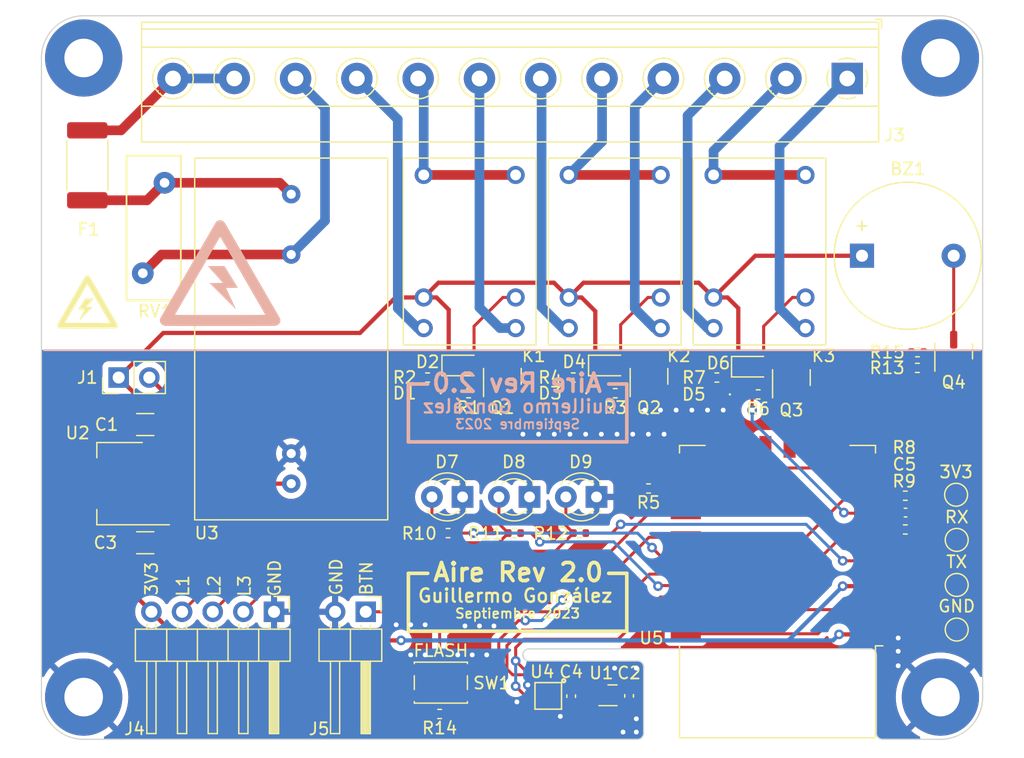
<source format=kicad_pcb>
(kicad_pcb (version 20221018) (generator pcbnew)
  (layers (0 "F.Cu" signal) (31 "B.Cu" signal) (34 "B.Paste" user) (35 "F.Paste" user) (36 "B.SilkS" user "B.Silkscreen") (37 "F.SilkS" user "F.Silkscreen") (38 "B.Mask" user) (39 "F.Mask" user) (44 "Edge.Cuts" user))
  (net 0 "")
  (net 1 "+5V")
  (net 2 "Net-(BZ1-+)")
  (net 3 "GND")
  (net 4 "+3V3")
  (net 5 "Net-(D1-A)")
  (net 6 "Net-(D1-K)")
  (net 7 "Net-(D3-K)")
  (net 8 "Net-(D3-A)")
  (net 9 "Net-(D5-K)")
  (net 10 "Net-(D5-A)")
  (net 11 "/LED1R")
  (net 12 "/LED2R")
  (net 13 "/LED3R")
  (net 14 "/L")
  (net 15 "/LF")
  (net 16 "Net-(J1-Pin_2)")
  (net 17 "/GPIO0")
  (net 18 "/NC1")
  (net 19 "/COM1")
  (net 20 "/NO1")
  (net 21 "/NC2")
  (net 22 "/COM2")
  (net 23 "/NO2")
  (net 24 "/NC3")
  (net 25 "/COM3")
  (net 26 "/NO3")
  (net 27 "/N")
  (net 28 "/TX")
  (net 29 "/RX")
  (net 30 "/LED1")
  (net 31 "/LED2")
  (net 32 "/LED3")
  (net 33 "Net-(Q1-Pad1)")
  (net 34 "Net-(Q2-Pad1)")
  (net 35 "Net-(Q3-Pad1)")
  (net 36 "Net-(Q4-Pad1)")
  (net 37 "/I2C_SDA")
  (net 38 "/I2C_SCL")
  (net 39 "/FAN1")
  (net 40 "/FAN2")
  (net 41 "/FAN3")
  (net 42 "/BUZZ")
  (net 43 "/BMP_INT")
  (footprint "LED_SMD:LED_0402_1005Metric" (layer "F.Cu") (at 150.855 98.164484 180)
    (fp_text reference "D3")
    (fp_text value "LED")
  )
  (footprint "Resistor_SMD:R_0402_1005Metric" (layer "F.Cu") (at 179.38 96.064484)
    (fp_text reference "R13")
    (fp_text value "10k")
  )
  (footprint "LED_THT:LED_D3.0mm" (layer "F.Cu") (at 141.69 106.764484 180)
    (fp_text reference "D7")
    (fp_text value "LED")
  )
  (footprint "Resistor_SMD:R_0402_1005Metric" (layer "F.Cu") (at 157.1 106.064484 180)
    (fp_text reference "R5")
    (fp_text value "10k")
  )
  (footprint "Varistor:RV_Disc_D12mm_W4.5mm_P7.5mm" (layer "F.Cu") (at 116.99 80.714484 -90)
    (fp_text reference "RV1")
    (fp_text value "Varistor")
  )
  (footprint "guille-lib:high_voltage_5mm" (layer "F.Cu") (at 110.6 90.6)
    (fp_text reference "G***" hide)
    (fp_text value "LOGO" hide)
  )
  (footprint "Resistor_SMD:R_0402_1005Metric" (layer "F.Cu") (at 178.38 109.464484 180)
    (fp_text reference "R9")
    (fp_text value "10k")
  )
  (footprint "Resistor_SMD:R_0402_1005Metric" (layer "F.Cu") (at 150.865 96.864484 180)
    (fp_text reference "R4")
    (fp_text value "1k")
  )
  (footprint "Resistor_SMD:R_0402_1005Metric" (layer "F.Cu") (at 145.99 109.764484 180)
    (fp_text reference "R11")
    (fp_text value "1k")
  )
  (footprint "Resistor_SMD:R_0402_1005Metric" (layer "F.Cu") (at 154.34 98.164484)
    (fp_text reference "R3")
    (fp_text value "1k")
  )
  (footprint "Resistor_SMD:R_0402_1005Metric" (layer "F.Cu") (at 139.79 124.764484 180)
    (fp_text reference "R14")
    (fp_text value "10k")
  )
  (footprint "guille-lib:SHT4x" (layer "F.Cu") (at 153.74 123.214484)
    (fp_text reference "U1")
    (fp_text value "SHT4x")
  )
  (footprint "Resistor_SMD:R_0402_1005Metric" (layer "F.Cu") (at 162.765 96.864484 180)
    (fp_text reference "R7")
    (fp_text value "1k")
  )
  (footprint "Resistor_SMD:R_0402_1005Metric" (layer "F.Cu") (at 138.79 96.864484 180)
    (fp_text reference "R2")
    (fp_text value "1k")
  )
  (footprint "Package_TO_SOT_SMD:SOT-23" (layer "F.Cu") (at 168.94 96.864484 90)
    (fp_text reference "Q3")
    (fp_text value "PMBT3904235")
  )
  (footprint "Diode_SMD:D_SOD-323" (layer "F.Cu") (at 165.59 95.964484)
    (fp_text reference "D6")
    (fp_text value "D")
  )
  (footprint "Resistor_SMD:R_0402_1005Metric" (layer "F.Cu") (at 178.38 106.664484 180)
    (fp_text reference "R8")
    (fp_text value "10k")
  )
  (footprint "MountingHole:MountingHole_3.2mm_M3_Pad_TopBottom" (layer "F.Cu") (at 181.29 123.364484)
    (fp_text reference "H4" hide)
    (fp_text value "MountingHole_Pad")
  )
  (footprint "Capacitor_SMD:C_0402_1005Metric" (layer "F.Cu") (at 150.69 123.284484 -90)
    (fp_text reference "C4")
    (fp_text value "100n")
  )
  (footprint "guille-lib:HLK-2M05" (layer "F.Cu") (at 127.49 93.764484 -90)
    (fp_text reference "U3")
    (fp_text value "HLK-2M05")
  )
  (footprint "Resistor_SMD:R_0402_1005Metric" (layer "F.Cu") (at 179.39 94.764484)
    (fp_text reference "R15")
    (fp_text value "1k")
  )
  (footprint "Buzzer_Beeper:Buzzer_12x9.5RM7.6" (layer "F.Cu") (at 174.79 86.764484)
    (fp_text reference "BZ1")
    (fp_text value "Buzzer")
  )
  (footprint "Resistor_SMD:R_0402_1005Metric" (layer "F.Cu") (at 142.19 98.164484)
    (fp_text reference "R1")
    (fp_text value "1k")
  )
  (footprint "Diode_SMD:D_SOD-323" (layer "F.Cu") (at 153.74 95.864484)
    (fp_text reference "D4")
    (fp_text value "D")
  )
  (footprint "TestPoint:TestPoint_Pad_D1.5mm" (layer "F.Cu") (at 182.64 117.764484)
    (fp_text reference "TP3" hide)
    (fp_text value "TestPoint")
  )
  (footprint "guille-lib:Fuse_2512_6332Metric" (layer "F.Cu") (at 110.59 79.264484 -90)
    (fp_text reference "F1")
    (fp_text value "Fuse")
  )
  (footprint "MountingHole:MountingHole_3.2mm_M3_Pad_TopBottom" (layer "F.Cu") (at 110.29 70.364484)
    (fp_text reference "H1" hide)
    (fp_text value "MountingHole_Pad")
  )
  (footprint "guille-lib:JRC-21F(4100)" (layer "F.Cu") (at 154.29 86.414484 -90)
    (fp_text reference "K2")
    (fp_text value "JRC-21F(4100)" hide)
  )
  (footprint "guille-lib:BMP581" (layer "F.Cu") (at 148.79 123.264484)
    (fp_text reference "U4")
    (fp_text value "BMP581")
  )
  (footprint "Resistor_SMD:R_0402_1005Metric" (layer "F.Cu") (at 151.39 109.764484 180)
    (fp_text reference "R12")
    (fp_text value "1k")
  )
  (footprint "TerminalBlock_Phoenix:TerminalBlock_Phoenix_MKDS-1,5-12-5.08_1x12_P5.08mm_Horizontal" (layer "F.Cu") (at 173.57 72.064484 180)
    (fp_text reference "J3")
    (fp_text value "Screw_Terminal_01x12")
  )
  (footprint "TestPoint:TestPoint_Pad_D1.5mm" (layer "F.Cu") (at 182.59 106.584412)
    (fp_text reference "TP4" hide)
    (fp_text value "TestPoint")
  )
  (footprint "MountingHole:MountingHole_3.2mm_M3_Pad_TopBottom" (layer "F.Cu") (at 181.29 70.364484)
    (fp_text reference "H2" hide)
    (fp_text value "MountingHole_Pad")
  )
  (footprint "Diode_SMD:D_SOD-323" (layer "F.Cu") (at 141.59 95.864484)
    (fp_text reference "D2")
    (fp_text value "D")
  )
  (footprint "Package_TO_SOT_SMD:SOT-23" (layer "F.Cu") (at 157.14 96.764484 90)
    (fp_text reference "Q2")
    (fp_text value "PMBT3904235")
  )
  (footprint "Resistor_SMD:R_0402_1005Metric" (layer "F.Cu") (at 140.49 109.764484 180)
    (fp_text reference "R10")
    (fp_text value "1k")
  )
  (footprint "TestPoint:TestPoint_Pad_D1.5mm" (layer "F.Cu") (at 182.64 114.064484)
    (fp_text reference "TP1" hide)
    (fp_text value "TestPoint")
  )
  (footprint "Connector_PinHeader_2.54mm:PinHeader_1x05_P2.54mm_Horizontal" (layer "F.Cu") (at 126.065 116.289484 -90)
    (fp_text reference "J4")
    (fp_text value "Conn_01x05_Pin")
  )
  (footprint "guille-lib:SW_SPST_PTS810" (layer "F.Cu") (at 139.89 122.164484)
    (fp_text reference "SW1")
    (fp_text value "SW_Push")
  )
  (footprint "Package_TO_SOT_SMD:SOT-223-3_TabPin2" (layer "F.Cu") (at 113.29 105.664484 180)
    (fp_text reference "U2")
    (fp_text value "NCP1117-3.3_SOT223")
  )
  (footprint "guille-lib:JRC-21F(4100)" (layer "F.Cu") (at 166.29 86.414484 -90)
    (fp_text reference "K3")
    (fp_text value "JRC-21F(4100)" hide)
  )
  (footprint "Connector_PinHeader_2.54mm:PinHeader_1x02_P2.54mm_Vertical" (layer "F.Cu") (at 113.19 96.864484 90)
    (fp_text reference "J1")
    (fp_text value "Conn_01x02_Pin")
  )
  (footprint "MountingHole:MountingHole_3.2mm_M3_Pad_TopBottom" (layer "F.Cu") (at 110.29 123.364484)
    (fp_text reference "H3" hide)
    (fp_text value "MountingHole_Pad")
  )
  (footprint "Package_TO_SOT_SMD:SOT-23" (layer "F.Cu") (at 182.39 94.664484 90)
    (fp_text reference "Q4")
    (fp_text value "PMBT3904235")
  )
  (footprint "LED_THT:LED_D3.0mm" (layer "F.Cu") (at 152.79 106.764484 180)
    (fp_text reference "D9")
    (fp_text value "LED")
  )
  (footprint "Resistor_SMD:R_0402_1005Metric" (layer "F.Cu") (at 166.19 98.264484)
    (fp_text reference "R6")
    (fp_text value "1k")
  )
  (footprint "LED_THT:LED_D3.0mm" (layer "F.Cu") (at 147.24 106.764484 180)
    (fp_text reference "D8")
    (fp_text value "LED")
  )
  (footprint "RF_Module:ESP-12E" (layer "F.Cu") (at 167.79 114.614484 180)
    (fp_text reference "U5")
    (fp_text value "ESP-12E")
  )
  (footprint "Package_TO_SOT_SMD:SOT-23" (layer "F.Cu") (at 144.99 96.764484 90)
    (fp_text reference "Q1")
    (fp_text value "PMBT3904235")
  )
  (footprint "LED_SMD:LED_0402_1005Metric" (layer "F.Cu") (at 138.79 98.164484 180)
    (fp_text reference "D1")
    (fp_text value "LED")
  )
  (footprint "Capacitor_SMD:C_1206_3216Metric" (layer "F.Cu") (at 115.39 100.764484 180)
    (fp_text reference "C1")
    (fp_text value "10u")
  )
  (footprint "guille-lib:JRC-21F(4100)" (layer "F.Cu") (at 142.27 86.414484 -90)
    (fp_text reference "K1")
    (fp_text value "JRC-21F(4100)" hide)
  )
  (footprint "Connector_PinHeader_2.54mm:PinHeader_1x02_P2.54mm_Horizontal" (layer "F.Cu") (at 133.665 116.289484 -90)
    (fp_text reference "J5")
    (fp_text value "Conn_01x02_Pin")
  )
  (footprint "TestPoint:TestPoint_Pad_D1.5mm" (layer "F.Cu") (at 182.64 110.327768)
    (fp_text reference "TP2" hide)
    (fp_text value "TestPoint")
  )
  (footprint "Capacitor_SMD:C_0402_1005Metric" (layer "F.Cu") (at 155.49 123.264484 90)
    (fp_text reference "C2")
    (fp_text value "100n")
  )
  (footprint "LED_SMD:LED_0402_1005Metric" (layer "F.Cu") (at 162.755 98.264484 180)
    (fp_text reference "D5")
    (fp_text value "LED")
  )
  (footprint "Capacitor_SMD:C_1206_3216Metric" (layer "F.Cu") (at 115.39 110.564484)
    (fp_text reference "C3")
    (fp_text value "10u")
  )
  (footprint "Capacitor_SMD:C_0402_1005Metric" (layer "F.Cu") (at 178.4 108.064484)
    (fp_text reference "C5")
    (fp_text value "100n")
  )
  (footprint "guille-lib:high_voltage" (layer "B.Cu") (at 121.6 88.2 180)
    (fp_text reference "G***" hide)
    (fp_text value "LOGO" hide)
  )
  (gr_line (start 155.3 102.2) (end 155.3 97.4) (stroke (width 0.3)) (layer "B.SilkS"))
  (gr_line (start 137.2 102.2) (end 137.2 97.4) (stroke (width 0.3)) (layer "B.SilkS"))
  (gr_line (start 107 94.6) (end 184.6 94.6) (stroke (width 0.15)) (layer "B.SilkS"))
  (gr_line (start 155.3 102.2) (end 137.2 102.2) (stroke (width 0.3)) (layer "B.SilkS"))
  (gr_line (start 137.2 97.4) (end 138.8 97.4) (stroke (width 0.3)) (layer "B.SilkS"))
  (gr_line (start 155.3 97.4) (end 153.8 97.4) (stroke (width 0.3)) (layer "B.SilkS"))
  (gr_line (start 155.3 113.1) (end 155.3 117.9) (stroke (width 0.3)) (layer "F.SilkS"))
  (gr_line (start 153.8 113.1) (end 155.3 113.1) (stroke (width 0.3)) (layer "F.SilkS"))
  (gr_line (start 137.2 113.1) (end 137.2 117.9) (stroke (width 0.3)) (layer "F.SilkS"))
  (gr_line (start 138.8 113.1) (end 137.2 113.1) (stroke (width 0.3)) (layer "F.SilkS"))
  (gr_line (start 155.3 117.9) (end 137.2 117.9) (stroke (width 0.3)) (layer "F.SilkS"))
  (gr_line (start 156.19 120.364484) (end 147.19 120.364484) (stroke (width 0.1)) (layer "Edge.Cuts"))
  (gr_arc (start 156.69 126.364484) (mid 156.543553 126.718037) (end 156.19 126.864484) (stroke (width 0.1)) (layer "Edge.Cuts"))
  (gr_line (start 106.79 123.364484) (end 106.79 70.364484) (stroke (width 0.1)) (layer "Edge.Cuts"))
  (gr_arc (start 146.69 119.864484) (mid 146.836447 119.510931) (end 147.19 119.364484) (stroke (width 0.1)) (layer "Edge.Cuts"))
  (gr_line (start 156.19 126.864484) (end 110.29 126.864484) (stroke (width 0.1)) (layer "Edge.Cuts"))
  (gr_arc (start 156.19 120.364484) (mid 156.543553 120.510931) (end 156.69 120.864484) (stroke (width 0.1)) (layer "Edge.Cuts"))
  (gr_line (start 156.69 126.364484) (end 156.69 120.864484) (stroke (width 0.1)) (layer "Edge.Cuts"))
  (gr_arc (start 106.79 70.364484) (mid 107.815126 67.88961) (end 110.29 66.864484) (stroke (width 0.1)) (layer "Edge.Cuts"))
  (gr_line (start 175.49 119.364484) (end 147.19 119.364484) (stroke (width 0.1)) (layer "Edge.Cuts"))
  (gr_arc (start 147.19 120.364484) (mid 146.836447 120.218037) (end 146.69 119.864484) (stroke (width 0.1)) (layer "Edge.Cuts"))
  (gr_line (start 146.69 119.864484) (end 146.69 119.864484) (stroke (width 0.1)) (layer "Edge.Cuts"))
  (gr_arc (start 181.29 66.864484) (mid 183.764874 67.88961) (end 184.79 70.364484) (stroke (width 0.1)) (layer "Edge.Cuts"))
  (gr_arc (start 176.49 126.864484) (mid 176.136447 126.718037) (end 175.99 126.364484) (stroke (width 0.1)) (layer "Edge.Cuts"))
  (gr_line (start 181.29 126.864484) (end 176.49 126.864484) (stroke (width 0.1)) (layer "Edge.Cuts"))
  (gr_arc (start 110.29 126.864484) (mid 107.815126 125.839358) (end 106.79 123.364484) (stroke (width 0.1)) (layer "Edge.Cuts"))
  (gr_arc (start 184.79 123.364484) (mid 183.764874 125.839358) (end 181.29 126.864484) (stroke (width 0.1)) (layer "Edge.Cuts"))
  (gr_line (start 184.79 70.364484) (end 184.79 123.364484) (stroke (width 0.1)) (layer "Edge.Cuts"))
  (gr_arc (start 175.49 119.364484) (mid 175.843553 119.510931) (end 175.99 119.864484) (stroke (width 0.1)) (layer "Edge.Cuts"))
  (gr_line (start 175.99 126.364484) (end 175.99 119.864484) (stroke (width 0.1)) (layer "Edge.Cuts"))
  (gr_line (start 110.29 66.864484) (end 181.29 66.864484) (stroke (width 0.1)) (layer "Edge.Cuts"))
  (gr_text "Septiembre 2023" (at 146.25 101.2) (layer "B.SilkS") (effects (font (size 0.8 0.8) (thickness 0.15) bold) (justify bottom mirror)))
  (gr_text "Aire Rev 2.0" (at 146.2 98.2) (layer "B.SilkS") (effects (font (size 1.5 1.5) (thickness 0.3) bold) (justify bottom mirror)))
  (gr_text "Guillermo González" (at 146.45 99.9) (layer "B.SilkS") (effects (font (size 1.1 1.1) (thickness 0.2) bold) (justify bottom mirror)))
  (gr_text "Guillermo González" (at 146.05 115.6) (layer "F.SilkS") (effects (font (size 1.1 1.1) (thickness 0.2) bold) (justify bottom)))
  (gr_text "TX" (at 182.64 112.734416) (layer "F.SilkS") (effects (font (size 1 1)) (justify bottom)))
  (gr_text "3V3" (at 116.5 115.019484 90) (layer "F.SilkS") (effects (font (size 1 1)) (justify left bottom)))
  (gr_text "FLASH" (at 139.89 120.1) (layer "F.SilkS") (effects (font (size 1 1)) (justify bottom)))
  (gr_text "3V3" (at 182.59 105.284416) (layer "F.SilkS") (effects (font (size 1 1)) (justify bottom)))
  (gr_text "GND" (at 126.7 115.119484 90) (layer "F.SilkS") (effects (font (size 1 1)) (justify left bottom)))
  (gr_text "GND" (at 182.64 116.414484) (layer "F.SilkS") (effects (font (size 1 1)) (justify bottom)))
  (gr_text "L3" (at 124.2 115.119484 90) (layer "F.SilkS") (effects (font (size 1 1)) (justify left bottom)))
  (gr_text "BTN" (at 134.3 115.019484 90) (layer "F.SilkS") (effects (font (size 1 1)) (justify left bottom)))
  (gr_text "Aire Rev 2.0" (at 146.3 113.9) (layer "F.SilkS") (effects (font (size 1.5 1.5) (thickness 0.3) bold) (justify bottom)))
  (gr_text "L1" (at 119.1 115.119484 90) (layer "F.SilkS") (effects (font (size 1 1)) (justify left bottom)))
  (gr_text "Septiembre 2023" (at 146.25 116.9) (layer "F.SilkS") (effects (font (size 0.8 0.8) (thickness 0.15) bold) (justify bottom)))
  (gr_text "RX" (at 182.64 109.027772) (layer "F.SilkS") (effects (font (size 1 1)) (justify bottom)))
  (gr_text "GND" (at 131.8 115.019484 90) (layer "F.SilkS") (effects (font (size 1 1)) (justify left bottom)))
  (gr_text "L2" (at 121.7 115.119484 90) (layer "F.SilkS") (effects (font (size 1 1)) (justify left bottom)))
  (segment (start 149.265 88.999484) (end 150.49 90.224484) (width 0.35) (layer "F.Cu") (net 1))
  (segment (start 138.47 90.224484) (end 139.695 88.999484) (width 0.35) (layer "F.Cu") (net 1))
  (segment (start 139.54 96.864484) (end 140.54 95.864484) (width 0.35) (layer "F.Cu") (net 1))
  (segment (start 139.695 88.999484) (end 149.265 88.999484) (width 0.35) (layer "F.Cu") (net 1))
  (segment (start 165.95 86.764484) (end 174.79 86.764484) (width 0.35) (layer "F.Cu") (net 1))
  (segment (start 151.375 96.864484) (end 151.69 96.864484) (width 0.35) (layer "F.Cu") (net 1))
  (segment (start 133.19 93.164484) (end 116.89 93.164484) (width 0.35) (layer "F.Cu") (net 1))
  (segment (start 163.64 96.864484) (end 164.54 95.964484) (width 0.35) (layer "F.Cu") (net 1))
  (segment (start 140.54 91.233824) (end 139.53066 90.224484) (width 0.35) (layer "F.Cu") (net 1))
  (segment (start 136.13 90.224484) (end 133.19 93.164484) (width 0.35) (layer "F.Cu") (net 1))
  (segment (start 161.265 88.999484) (end 162.49 90.224484) (width 0.35) (layer "F.Cu") (net 1))
  (segment (start 116.865 100.764484) (end 116.865 100.539484) (width 0.35) (layer "F.Cu") (net 1))
  (segment (start 163.275 96.864484) (end 163.64 96.864484) (width 0.35) (layer "F.Cu") (net 1))
  (segment (start 164.54 95.964484) (end 164.54 91.114484) (width 0.35) (layer "F.Cu") (net 1))
  (segment (start 116.44 103.364484) (end 116.865 102.939484) (width 0.35) (layer "F.Cu") (net 1))
  (segment (start 139.53066 90.224484) (end 138.47 90.224484) (width 0.35) (layer "F.Cu") (net 1))
  (segment (start 140.54 95.864484) (end 140.54 91.233824) (width 0.35) (layer "F.Cu") (net 1))
  (segment (start 151.69 96.864484) (end 152.69 95.864484) (width 0.35) (layer "F.Cu") (net 1))
  (segment (start 151.55066 90.224484) (end 150.49 90.224484) (width 0.35) (layer "F.Cu") (net 1))
  (segment (start 152.69 91.363824) (end 151.55066 90.224484) (width 0.35) (layer "F.Cu") (net 1))
  (segment (start 138.47 90.224484) (end 136.13 90.224484) (width 0.35) (layer "F.Cu") (net 1))
  (segment (start 139.3 96.864484) (end 139.54 96.864484) (width 0.35) (layer "F.Cu") (net 1))
  (segment (start 162.49 90.224484) (end 165.95 86.764484) (width 0.35) (layer "F.Cu") (net 1))
  (segment (start 116.865 102.939484) (end 116.865 100.764484) (width 0.35) (layer "F.Cu") (net 1))
  (segment (start 151.715 88.999484) (end 161.265 88.999484) (width 0.35) (layer "F.Cu") (net 1))
  (segment (start 152.69 95.864484) (end 152.69 91.363824) (width 0.35) (layer "F.Cu") (net 1))
  (segment (start 116.89 93.164484) (end 113.19 96.864484) (width 0.35) (layer "F.Cu") (net 1))
  (segment (start 116.865 100.539484) (end 113.19 96.864484) (width 0.35) (layer "F.Cu") (net 1))
  (segment (start 150.49 90.224484) (end 151.715 88.999484) (width 0.35) (layer "F.Cu") (net 1))
  (segment (start 164.54 91.114484) (end 163.65 90.224484) (width 0.35) (layer "F.Cu") (net 1))
  (segment (start 163.65 90.224484) (end 162.49 90.224484) (width 0.35) (layer "F.Cu") (net 1))
  (segment (start 182.39 86.764484) (end 182.39 93.726984) (width 0.25) (layer "F.Cu") (net 2))
  (segment (start 147.099647 122.354837) (end 147.509294 122.764484) (width 0.35) (layer "F.Cu") (net 3))
  (segment (start 150.69 124.064484) (end 149.79 124.964484) (width 0.35) (layer "F.Cu") (net 3))
  (segment (start 149.5525 123.764484) (end 149.5525 123.314484) (width 0.35) (layer "F.Cu") (net 3))
  (segment (start 147.509294 122.764484) (end 148.0275 122.764484) (width 0.35) (layer "F.Cu") (net 3))
  (segment (start 149.5525 123.764484) (end 150.69 123.764484) (width 0.35) (layer "F.Cu") (net 3))
  (segment (start 150.69 123.764484) (end 150.69 124.064484) (width 0.35) (layer "F.Cu") (net 3))
  (segment (start 146.19 123.764484) (end 147.99 123.764484) (width 0.35) (layer "F.Cu") (net 3))
  (segment (start 178.89 108.074484) (end 178.88 108.064484) (width 0.35) (layer "F.Cu") (net 3))
  (via (at 141.89 117.464484) (size 0.8) (drill 0.4) (layers "F.Cu" "B.Cu") (net 3))
  (via (at 138.59 119.864484) (size 0.8) (drill 0.4) (layers "F.Cu" "B.Cu") (net 3))
  (via (at 159.39 99.564484) (size 0.8) (drill 0.4) (layers "F.Cu" "B.Cu") (net 3))
  (via (at 151.89 101.564484) (size 0.8) (drill 0.4) (layers "F.Cu" "B.Cu") (net 3))
  (via (at 177.79 118.464484) (size 0.8) (drill 0.4) (layers "F.Cu" "B.Cu") (net 3))
  (via (at 147.99 101.564484) (size 0.8) (drill 0.4) (layers "F.Cu" "B.Cu") (net 3))
  (via (at 146.19 123.764484) (size 0.8) (drill 0.4) (layers "F.Cu" "B.Cu") (net 3))
  (via (at 156.09 120.964484) (size 0.8) (drill 0.4) (layers "F.Cu" "B.Cu") (net 3))
  (via (at 177.79 120.764484) (size 0.8) (drill 0.4) (layers "F.Cu" "B.Cu") (net 3))
  (via (at 177.79 119.564484) (size 0.8) (drill 0.4) (layers "F.Cu" "B.Cu") (net 3))
  (via (at 156.09 125.164484) (size 0.8) (drill 0.4) (layers "F.Cu" "B.Cu") (net 3))
  (via (at 158.39 101.564484) (size 0.8) (drill 0.4) (layers "F.Cu" "B.Cu") (net 3))
  (via (at 138.59 117.364484) (size 0.8) (drill 0.4) (layers "F.Cu" "B.Cu") (net 3))
  (via (at 163.29 99.564484) (size 0.8) (drill 0.4) (layers "F.Cu" "B.Cu") (net 3))
  (via (at 141.29 119.864484) (size 0.8) (drill 0.4) (layers "F.Cu" "B.Cu") (net 3))
  (via (at 156.79 99.564484) (size 0.8) (drill 0.4) (layers "F.Cu" "B.Cu") (net 3))
  (via (at 146.69 101.564484) (size 0.8) (drill 0.4) (layers "F.Cu" "B.Cu") (net 3))
  (via (at 150.59 101.564484) (size 0.8) (drill 0.4) (layers "F.Cu" "B.Cu") (net 3))
  (via (at 142.49 119.864484) (size 0.8) (drill 0.4) (layers "F.Cu" "B.Cu") (net 3))
  (via (at 155.79 101.564484) (size 0.8) (drill 0.4) (layers "F.Cu" "B.Cu") (net 3))
  (via (at 154.49 101.564484) (size 0.8) (drill 0.4) (layers "F.Cu" "B.Cu") (net 3))
  (via (at 149.29 101.564484) (size 0.8) (drill 0.4) (layers "F.Cu" "B.Cu") (net 3))
  (via (at 154.29 120.964484) (size 0.8) (drill 0.4) (layers "F.Cu" "B.Cu") (net 3))
  (via (at 160.69 99.564484) (size 0.8) (drill 0.4) (layers "F.Cu" "B.Cu") (net 3))
  (via (at 144.29 117.464484) (size 0.8) (drill 0.4) (layers "F.Cu" "B.Cu") (net 3))
  (via (at 157.09 101.564484) (size 0.8) (drill 0.4) (layers "F.Cu" "B.Cu") (net 3))
  (via (at 136.19 117.364484) (size 0.8) (drill 0.4) (layers "F.Cu" "B.Cu") (net 3))
  (via (at 161.99 99.564484) (size 0.8) (drill 0.4) (layers "F.Cu" "B.Cu") (net 3))
  (via (at 137.39 117.364484) (size 0.8) (drill 0.4) (layers "F.Cu" "B.Cu") (net 3))
  (via (at 158.09 99.564484) (size 0.8) (drill 0.4) (layers "F.Cu" "B.Cu") (net 3))
  (via (at 154.99 126.264484) (size 0.8) (drill 0.4) (layers "F.Cu" "B.Cu") (net 3))
  (via (at 149.79 124.964484) (size 0.8) (drill 0.4) (layers "F.Cu" "B.Cu") (net 3))
  (via (at 147.099647 122.354837) (size 0.8) (drill 0.4) (layers "F.Cu" "B.Cu") (net 3))
  (via (at 143.69 119.864484) (size 0.8) (drill 0.4) (layers "F.Cu" "B.Cu") (net 3))
  (via (at 156.09 126.264484) (size 0.8) (drill 0.4) (layers "F.Cu" "B.Cu") (net 3))
  (via (at 137.39 119.864484) (size 0.8) (drill 0.4) (layers "F.Cu" "B.Cu") (net 3))
  (via (at 143.09 117.464484) (size 0.8) (drill 0.4) (layers "F.Cu" "B.Cu") (net 3))
  (via (at 153.19 101.564484) (size 0.8) (drill 0.4) (layers "F.Cu" "B.Cu") (net 3))
  (segment (start 113.915 114.299484) (end 115.905 116.289484) (width 0.35) (layer "F.Cu") (net 4))
  (segment (start 151.13 122.804484) (end 151.59 123.264484) (width 0.35) (layer "F.Cu") (net 4))
  (segment (start 175.39 104.114484) (end 178.04 104.114484) (width 0.35) (layer "F.Cu") (net 4))
  (segment (start 175.39 118.114484) (end 176.14 118.114484) (width 0.35) (layer "F.Cu") (net 4))
  (segment (start 178.89 112.864484) (end 178.89 109.464484) (width 0.35) (layer "F.Cu") (net 4))
  (segment (start 148.54 123.514484) (end 149.04 123.014484) (width 0.35) (layer "F.Cu") (net 4))
  (segment (start 135.79 120.064484) (end 135.79 124.064484) (width 0.35) (layer "F.Cu") (net 4))
  (segment (start 149.29 122.501984) (end 149.5525 122.764484) (width 0.35) (layer "F.Cu") (net 4))
  (segment (start 139.28 124.764484) (end 136.49 124.764484) (width 0.35) (layer "F.Cu") (net 4))
  (segment (start 113.915 110.564484) (end 113.915 114.299484) (width 0.35) (layer "F.Cu") (net 4))
  (segment (start 172.89 118.164484) (end 175.34 118.164484) (width 0.35) (layer "F.Cu") (net 4))
  (segment (start 178.89 106.664484) (end 178.970072 106.584412) (width 0.35) (layer "F.Cu") (net 4))
  (segment (start 155.36 123.614484) (end 155.49 123.744484) (width 0.35) (layer "F.Cu") (net 4))
  (segment (start 154.44 123.614484) (end 155.36 123.614484) (width 0.35) (layer "F.Cu") (net 4))
  (segment (start 110.14 105.664484) (end 116.44 105.664484) (width 0.35) (layer "F.Cu") (net 4))
  (segment (start 179.89 102.264484) (end 179.89 96.064484) (width 0.35) (layer "F.Cu") (net 4))
  (segment (start 110.14 106.789484) (end 113.915 110.564484) (width 0.35) (layer "F.Cu") (net 4))
  (segment (start 178.89 107.016164) (end 177.92 107.986164) (width 0.35) (layer "F.Cu") (net 4))
  (segment (start 136.59 118.664484) (end 134.39 118.664484) (width 0.35) (layer "F.Cu") (net 4))
  (segment (start 178.88 106.674484) (end 178.89 106.664484) (width 0.35) (layer "F.Cu") (net 4))
  (segment (start 178.89 103.264484) (end 179.89 102.264484) (width 0.35) (layer "F.Cu") (net 4))
  (segment (start 173.19 114.164484) (end 175.34 114.164484) (width 0.35) (layer "F.Cu") (net 4))
  (segment (start 175.34 114.164484) (end 175.39 114.114484) (width 0.35) (layer "F.Cu") (net 4))
  (segment (start 178.89 106.664484) (end 178.89 103.264484) (width 0.35) (layer "F.Cu") (net 4))
  (segment (start 177.92 107.986164) (end 177.92 108.064484) (width 0.35) (layer "F.Cu") (net 4))
  (segment (start 177.92 108.142804) (end 177.92 108.064484) (width 0.35) (layer "F.Cu") (net 4))
  (segment (start 155.49 123.744484) (end 155.49 124.164484) (width 0.35) (layer "F.Cu") (net 4))
  (segment (start 151.59 123.264484) (end 151.59 124.764484) (width 0.35) (layer "F.Cu") (net 4))
  (segment (start 135.79 124.064484) (end 136.49 124.764484) (width 0.35) (layer "F.Cu") (net 4))
  (segment (start 149.04 122.501984) (end 149.29 122.501984) (width 0.35) (layer "F.Cu") (net 4))
  (segment (start 178.89 109.464484) (end 178.89 109.112804) (width 0.35) (layer "F.Cu") (net 4))
  (segment (start 134.39 118.664484) (end 135.79 120.064484) (width 0.35) (layer "F.Cu") (net 4))
  (segment (start 136.49 124.764484) (end 137.89 126.164484) (width 0.35) (layer "F.Cu") (net 4))
  (segment (start 137.89 126.164484) (end 150.19 126.164484) (width 0.35) (layer "F.Cu") (net 4))
  (segment (start 178.89 106.664484) (end 178.89 107.016164) (width 0.35) (layer "F.Cu") (net 4))
  (segment (start 155.49 124.164484) (end 153.49 126.164484) (width 0.35) (layer "F.Cu") (net 4))
  (segment (start 149.04 123.014484) (end 149.04 122.501984) (width 0.35) (layer "F.Cu") (net 4))
  (segment (start 151.59 124.764484) (end 150.19 126.164484) (width 0.35) (layer "F.Cu") (net 4))
  (segment (start 175.34 118.164484) (end 175.39 118.114484) (width 0.35) (layer "F.Cu") (net 4))
  (segment (start 175.39 114.114484) (end 177.64 114.114484) (width 0.35) (layer "F.Cu") (net 4))
  (segment (start 178.89 109.112804) (end 177.92 108.142804) (width 0.35) (layer "F.Cu") (net 4))
  (segment (start 115.905 116.289484) (end 118.28 118.664484) (width 0.35) (layer "F.Cu") (net 4))
  (segment (start 178.970072 106.584412) (end 182.59 106.584412) (width 0.35) (layer "F.Cu") (net 4))
  (segment (start 178.04 104.114484) (end 178.89 103.264484) (width 0.35) (layer "F.Cu") (net 4))
  (segment (start 150.69 122.804484) (end 151.13 122.804484) (width 0.35) (layer "F.Cu") (net 4))
  (segment (start 110.14 105.664484) (end 110.14 106.789484) (width 0.35) (layer "F.Cu") (net 4))
  (segment (start 118.28 118.664484) (end 134.39 118.664484) (width 0.35) (layer "F.Cu") (net 4))
  (segment (start 148.54 124.026984) (end 148.54 123.514484) (width 0.35) (layer "F.Cu") (net 4))
  (segment (start 150.65 122.764484) (end 150.69 122.804484) (width 0.35) (layer "F.Cu") (net 4))
  (segment (start 153.49 126.164484) (end 150.19 126.164484) (width 0.35) (layer "F.Cu") (net 4))
  (segment (start 177.64 114.114484) (end 178.89 112.864484) (width 0.35) (layer "F.Cu") (net 4))
  (segment (start 149.5525 122.764484) (end 150.65 122.764484) (width 0.35) (layer "F.Cu") (net 4))
  (via (at 136.59 118.664484) (size 0.8) (drill 0.4) (layers "F.Cu" "B.Cu") (net 4))
  (via (at 173.19 114.164484) (size 0.8) (drill 0.4) (layers "F.Cu" "B.Cu") (net 4))
  (via (at 172.89 118.164484) (size 0.8) (drill 0.4) (layers "F.Cu" "B.Cu") (net 4))
  (segment (start 172.39 118.664484) (end 172.89 118.164484) (width 0.35) (layer "B.Cu") (net 4))
  (segment (start 168.69 118.664484) (end 173.19 114.164484) (width 0.35) (layer "B.Cu") (net 4))
  (segment (start 169.09 118.664484) (end 172.39 118.664484) (width 0.35) (layer "B.Cu") (net 4))
  (segment (start 136.59 118.664484) (end 169.09 118.664484) (width 0.35) (layer "B.Cu") (net 4))
  (segment (start 138.28 98.139484) (end 138.305 98.164484) (width 0.25) (layer "F.Cu") (net 5))
  (segment (start 138.28 96.864484) (end 138.28 98.139484) (width 0.25) (layer "F.Cu") (net 5))
  (segment (start 145.02934 90.224484) (end 146.09 90.224484) (width 0.25) (layer "F.Cu") (net 6))
  (segment (start 144.9525 95.864484) (end 144.99 95.826984) (width 0.25) (layer "F.Cu") (net 6))
  (segment (start 140.34 98.164484) (end 139.275 98.164484) (width 0.25) (layer "F.Cu") (net 6))
  (segment (start 142.64 92.613824) (end 145.02934 90.224484) (width 0.25) (layer "F.Cu") (net 6))
  (segment (start 142.64 95.864484) (end 144.9525 95.864484) (width 0.25) (layer "F.Cu") (net 6))
  (segment (start 142.64 95.864484) (end 142.64 92.613824) (width 0.25) (layer "F.Cu") (net 6))
  (segment (start 142.64 95.864484) (end 140.34 98.164484) (width 0.25) (layer "F.Cu") (net 6))
  (segment (start 154.79 92.483824) (end 157.04934 90.224484) (width 0.25) (layer "F.Cu") (net 7))
  (segment (start 151.34 98.164484) (end 152.49 98.164484) (width 0.25) (layer "F.Cu") (net 7))
  (segment (start 154.79 95.864484) (end 154.79 92.483824) (width 0.25) (layer "F.Cu") (net 7))
  (segment (start 152.49 98.164484) (end 154.79 95.864484) (width 0.25) (layer "F.Cu") (net 7))
  (segment (start 157.04934 90.224484) (end 158.11 90.224484) (width 0.25) (layer "F.Cu") (net 7))
  (segment (start 157.1025 95.864484) (end 157.14 95.826984) (width 0.25) (layer "F.Cu") (net 7))
  (segment (start 154.79 95.864484) (end 157.1025 95.864484) (width 0.25) (layer "F.Cu") (net 7))
  (segment (start 150.37 98.164484) (end 150.37 96.879484) (width 0.25) (layer "F.Cu") (net 8))
  (segment (start 150.37 96.879484) (end 150.355 96.864484) (width 0.25) (layer "F.Cu") (net 8))
  (segment (start 166.64 95.964484) (end 166.64 92.614484) (width 0.25) (layer "F.Cu") (net 9))
  (segment (start 166.64 92.614484) (end 169.03 90.224484) (width 0.25) (layer "F.Cu") (net 9))
  (segment (start 169.03 90.224484) (end 170.11 90.224484) (width 0.25) (layer "F.Cu") (net 9))
  (segment (start 168.9025 95.964484) (end 168.94 95.926984) (width 0.25) (layer "F.Cu") (net 9))
  (segment (start 166.64 95.964484) (end 168.9025 95.964484) (width 0.25) (layer "F.Cu") (net 9))
  (segment (start 164.34 98.264484) (end 166.64 95.964484) (width 0.25) (layer "F.Cu") (net 9))
  (segment (start 163.24 98.264484) (end 164.34 98.264484) (width 0.25) (layer "F.Cu") (net 9))
  (segment (start 162.255 98.249484) (end 162.27 98.264484) (width 0.25) (layer "F.Cu") (net 10))
  (segment (start 162.255 96.864484) (end 162.255 98.249484) (width 0.25) (layer "F.Cu") (net 10))
  (segment (start 124.97 109.764484) (end 139.98 109.764484) (width 0.25) (layer "F.Cu") (net 11))
  (segment (start 118.445 116.289484) (end 124.97 109.764484) (width 0.25) (layer "F.Cu") (net 11))
  (segment (start 139.98 109.764484) (end 139.15 108.934484) (width 0.25) (layer "F.Cu") (net 11))
  (segment (start 139.15 108.934484) (end 139.15 106.764484) (width 0.25) (layer "F.Cu") (net 11))
  (segment (start 144.7 108.984484) (end 144.7 106.764484) (width 0.25) (layer "F.Cu") (net 12))
  (segment (start 120.985 116.289484) (end 126.71 110.564484) (width 0.25) (layer "F.Cu") (net 12))
  (segment (start 126.71 110.564484) (end 144.68 110.564484) (width 0.25) (layer "F.Cu") (net 12))
  (segment (start 145.48 109.764484) (end 144.7 108.984484) (width 0.25) (layer "F.Cu") (net 12))
  (segment (start 144.68 110.564484) (end 145.48 109.764484) (width 0.25) (layer "F.Cu") (net 12))
  (segment (start 150.88 109.764484) (end 150.25 109.134484) (width 0.25) (layer "F.Cu") (net 13))
  (segment (start 123.525 116.289484) (end 128.55 111.264484) (width 0.25) (layer "F.Cu") (net 13))
  (segment (start 149.38 111.264484) (end 150.88 109.764484) (width 0.25) (layer "F.Cu") (net 13))
  (segment (start 128.55 111.264484) (end 149.38 111.264484) (width 0.25) (layer "F.Cu") (net 13))
  (segment (start 150.25 109.134484) (end 150.25 106.764484) (width 0.25) (layer "F.Cu") (net 13))
  (segment (start 117.69 72.064484) (end 113.39 76.364484) (width 0.8) (layer "F.Cu") (net 14))
  (segment (start 113.39 76.364484) (end 110.59 76.364484) (width 0.8) (layer "F.Cu") (net 14))
  (segment (start 122.77 72.064484) (end 117.69 72.064484) (width 0.8) (layer "B.Cu") (net 14))
  (segment (start 115.54 82.164484) (end 116.99 80.714484) (width 0.8) (layer "F.Cu") (net 15))
  (segment (start 126.54 80.714484) (end 127.49 81.664484) (width 0.8) (layer "F.Cu") (net 15))
  (segment (start 110.59 82.164484) (end 115.54 82.164484) (width 0.8) (layer "F.Cu") (net 15))
  (segment (start 116.99 80.714484) (end 126.54 80.714484) (width 0.8) (layer "F.Cu") (net 15))
  (segment (start 115.73 96.864484) (end 124.53 105.664484) (width 0.35) (layer "F.Cu") (net 16))
  (segment (start 124.53 105.664484) (end 127.49 105.664484) (width 0.35) (layer "F.Cu") (net 16))
  (segment (start 137.815 123.239484) (end 139.79 121.264484) (width 0.25) (layer "F.Cu") (net 17))
  (segment (start 139.79 121.264484) (end 139.79 117.989484) (width 0.25) (layer "F.Cu") (net 17))
  (segment (start 150.965 116.289484) (end 157.14 110.114484) (width 0.25) (layer "F.Cu") (net 17))
  (segment (start 133.665 116.289484) (end 141.49 116.289484) (width 0.25) (layer "F.Cu") (net 17))
  (segment (start 137.815 123.239484) (end 141.965 123.239484) (width 0.25) (layer "F.Cu") (net 17))
  (segment (start 139.79 117.989484) (end 141.49 116.289484) (width 0.25) (layer "F.Cu") (net 17))
  (segment (start 157.14 110.114484) (end 160.19 110.114484) (width 0.25) (layer "F.Cu") (net 17))
  (segment (start 141.965 123.239484) (end 141.825 123.239484) (width 0.25) (layer "F.Cu") (net 17))
  (segment (start 133.665 116.289484) (end 133.665 116.549484) (width 0.25) (layer "F.Cu") (net 17))
  (segment (start 141.825 123.239484) (end 140.3 124.764484) (width 0.25) (layer "F.Cu") (net 17))
  (segment (start 141.49 116.289484) (end 150.965 116.289484) (width 0.25) (layer "F.Cu") (net 17))
  (segment (start 137.96944 92.764484) (end 138.47 92.764484) (width 0.8) (layer "B.Cu") (net 18))
  (segment (start 132.93 72.064484) (end 136.32 75.454484) (width 0.8) (layer "B.Cu") (net 18))
  (segment (start 136.32 75.454484) (end 136.32 91.115044) (width 0.8) (layer "B.Cu") (net 18))
  (segment (start 136.32 91.115044) (end 137.96944 92.764484) (width 0.8) (layer "B.Cu") (net 18))
  (segment (start 138.47 80.064484) (end 146.09 80.064484) (width 0.8) (layer "F.Cu") (net 19))
  (segment (start 138.47 72.524484) (end 138.47 80.064484) (width 0.8) (layer "B.Cu") (net 19))
  (segment (start 138.01 72.064484) (end 138.47 72.524484) (width 0.8) (layer "B.Cu") (net 19))
  (segment (start 143.09 72.064484) (end 143.09 91.064484) (width 0.8) (layer "B.Cu") (net 20))
  (segment (start 143.09 91.064484) (end 144.79 92.764484) (width 0.8) (layer "B.Cu") (net 20))
  (segment (start 144.79 92.764484) (end 146.09 92.764484) (width 0.8) (layer "B.Cu") (net 20))
  (segment (start 148.24 72.134484) (end 148.24 91.015044) (width 0.8) (layer "B.Cu") (net 21))
  (segment (start 148.24 91.015044) (end 149.98944 92.764484) (width 0.8) (layer "B.Cu") (net 21))
  (segment (start 148.17 72.064484) (end 148.24 72.134484) (width 0.8) (layer "B.Cu") (net 21))
  (segment (start 149.98944 92.764484) (end 150.49 92.764484) (width 0.8) (layer "B.Cu") (net 21))
  (segment (start 150.49 80.064484) (end 158.11 80.064484) (width 0.8) (layer "F.Cu") (net 22))
  (segment (start 153.25 72.064484) (end 153.25 77.304484) (width 0.8) (layer "B.Cu") (net 22))
  (segment (start 153.25 77.304484) (end 150.49 80.064484) (width 0.8) (layer "B.Cu") (net 22))
  (segment (start 158.33 72.064484) (end 155.96 74.434484) (width 0.8) (layer "B.Cu") (net 23))
  (segment (start 155.96 74.434484) (end 155.96 91.134484) (width 0.8) (layer "B.Cu") (net 23))
  (segment (start 155.96 91.134484) (end 157.59 92.764484) (width 0.8) (layer "B.Cu") (net 23))
  (segment (start 157.59 92.764484) (end 158.11 92.764484) (width 0.8) (layer "B.Cu") (net 23))
  (segment (start 163.41 72.064484) (end 160.34 75.134484) (width 0.8) (layer "B.Cu") (net 24))
  (segment (start 161.98944 92.764484) (end 162.49 92.764484) (width 0.8) (layer "B.Cu") (net 24))
  (segment (start 160.34 91.115044) (end 161.98944 92.764484) (width 0.8) (layer "B.Cu") (net 24))
  (segment (start 160.34 75.134484) (end 160.34 91.115044) (width 0.8) (layer "B.Cu") (net 24))
  (segment (start 162.49 80.064484) (end 170.11 80.064484) (width 0.8) (layer "F.Cu") (net 25))
  (segment (start 168.49 72.064484) (end 162.49 78.064484) (width 0.8) (layer "B.Cu") (net 25))
  (segment (start 162.49 78.064484) (end 162.49 80.064484) (width 0.8) (layer "B.Cu") (net 25))
  (segment (start 167.96 91.115044) (end 169.60944 92.764484) (width 0.8) (layer "B.Cu") (net 26))
  (segment (start 173.57 72.064484) (end 167.96 77.674484) (width 0.8) (layer "B.Cu") (net 26))
  (segment (start 169.60944 92.764484) (end 170.11 92.764484) (width 0.8) (layer "B.Cu") (net 26))
  (segment (start 167.96 77.674484) (end 167.96 91.115044) (width 0.8) (layer "B.Cu") (net 26))
  (segment (start 116.74 86.664484) (end 115.19 88.214484) (width 0.8) (layer "F.Cu") (net 27))
  (segment (start 127.49 86.664484) (end 116.74 86.664484) (width 0.8) (layer "F.Cu") (net 27))
  (segment (start 130.29 83.864484) (end 127.49 86.664484) (width 0.8) (layer "B.Cu") (net 27))
  (segment (start 130.29 74.504484) (end 130.29 83.864484) (width 0.8) (layer "B.Cu") (net 27))
  (segment (start 127.85 72.064484) (end 130.29 74.504484) (width 0.8) (layer "B.Cu") (net 27))
  (segment (start 171.14 118.114484) (end 172.19 117.064484) (width 0.25) (layer "F.Cu") (net 28))
  (segment (start 172.19 117.064484) (end 179.64 117.064484) (width 0.25) (layer "F.Cu") (net 28))
  (segment (start 160.19 118.114484) (end 171.14 118.114484) (width 0.25) (layer "F.Cu") (net 28))
  (segment (start 179.64 117.064484) (end 182.64 114.064484) (width 0.25) (layer "F.Cu") (net 28))
  (segment (start 161.139503 118.114484) (end 160.19 118.114484) (width 0.25) (layer "F.Cu") (net 28))
  (segment (start 174.04 115.064484) (end 172.99 116.114484) (width 0.25) (layer "F.Cu") (net 29))
  (segment (start 172.99 116.114484) (end 160.19 116.114484) (width 0.25) (layer "F.Cu") (net 29))
  (segment (start 182.64 110.327768) (end 177.903284 115.064484) (width 0.25) (layer "F.Cu") (net 29))
  (segment (start 177.903284 115.064484) (end 174.04 115.064484) (width 0.25) (layer "F.Cu") (net 29))
  (segment (start 157.39 110.964484) (end 158.54 112.114484) (width 0.25) (layer "F.Cu") (net 30))
  (segment (start 141 109.764484) (end 142.59 109.764484) (width 0.25) (layer "F.Cu") (net 30))
  (segment (start 158.54 112.114484) (end 160.19 112.114484) (width 0.25) (layer "F.Cu") (net 30))
  (via (at 142.59 109.764484) (size 0.8) (drill 0.4) (layers "F.Cu" "B.Cu") (net 30))
  (via (at 157.39 110.964484) (size 0.8) (drill 0.4) (layers "F.Cu" "B.Cu") (net 30))
  (segment (start 142.59 109.764484) (end 156.19 109.764484) (width 0.25) (layer "B.Cu") (net 30))
  (segment (start 156.19 109.764484) (end 157.39 110.964484) (width 0.25) (layer "B.Cu") (net 30))
  (segment (start 146.5 109.764484) (end 147.3655 109.764484) (width 0.25) (layer "F.Cu") (net 31))
  (segment (start 147.3655 109.764484) (end 148.09 110.488984) (width 0.25) (layer "F.Cu") (net 31))
  (segment (start 157.94 114.114484) (end 157.89 114.164484) (width 0.25) (layer "F.Cu") (net 31))
  (segment (start 160.19 114.114484) (end 157.94 114.114484) (width 0.25) (layer "F.Cu") (net 31))
  (via (at 148.09 110.488984) (size 0.8) (drill 0.4) (layers "F.Cu" "B.Cu") (net 31))
  (via (at 157.89 114.164484) (size 0.8) (drill 0.4) (layers "F.Cu" "B.Cu") (net 31))
  (segment (start 157.89 114.164484) (end 154.2145 110.488984) (width 0.25) (layer "B.Cu") (net 31))
  (segment (start 154.2145 110.488984) (end 148.09 110.488984) (width 0.25) (layer "B.Cu") (net 31))
  (segment (start 173.19 112.064484) (end 175.34 112.064484) (width 0.25) (layer "F.Cu") (net 32))
  (segment (start 151.9 109.764484) (end 154.0655 109.764484) (width 0.25) (layer "F.Cu") (net 32))
  (segment (start 154.0655 109.764484) (end 154.79 109.039984) (width 0.25) (layer "F.Cu") (net 32))
  (segment (start 175.34 112.064484) (end 175.39 112.114484) (width 0.25) (layer "F.Cu") (net 32))
  (via (at 154.79 109.039984) (size 0.8) (drill 0.4) (layers "F.Cu" "B.Cu") (net 32))
  (via (at 173.19 112.064484) (size 0.8) (drill 0.4) (layers "F.Cu" "B.Cu") (net 32))
  (segment (start 170.1655 109.039984) (end 173.19 112.064484) (width 0.25) (layer "B.Cu") (net 32))
  (segment (start 154.79 109.039984) (end 170.1655 109.039984) (width 0.25) (layer "B.Cu") (net 32))
  (segment (start 142.7 98.164484) (end 143.5775 98.164484) (width 0.25) (layer "F.Cu") (net 33))
  (segment (start 143.5775 98.164484) (end 144.04 97.701984) (width 0.25) (layer "F.Cu") (net 33))
  (segment (start 154.85 98.164484) (end 155.7275 98.164484) (width 0.25) (layer "F.Cu") (net 34))
  (segment (start 155.7275 98.164484) (end 156.19 97.701984) (width 0.25) (layer "F.Cu") (net 34))
  (segment (start 166.7 98.264484) (end 167.5275 98.264484) (width 0.25) (layer "F.Cu") (net 35))
  (segment (start 167.5275 98.264484) (end 167.99 97.801984) (width 0.25) (layer "F.Cu") (net 35))
  (segment (start 180.6025 94.764484) (end 181.44 95.601984) (width 0.25) (layer "F.Cu") (net 36))
  (segment (start 179.9 94.764484) (end 180.6025 94.764484) (width 0.25) (layer "F.Cu") (net 36))
  (segment (start 146.09 120.364484) (end 146.09 119.264484) (width 0.25) (layer "F.Cu") (net 37))
  (segment (start 173.04 110.114484) (end 175.39 110.114484) (width 0.25) (layer "F.Cu") (net 37))
  (segment (start 175.39 110.114484) (end 177.22 110.114484) (width 0.25) (layer "F.Cu") (net 37))
  (segment (start 146.09 122.464484) (end 146.89 123.264484) (width 0.25) (layer "F.Cu") (net 37))
  (segment (start 153.04 122.814484) (end 151.29 121.064484) (width 0.25) (layer "F.Cu") (net 37))
  (segment (start 151.29 121.064484) (end 146.79 121.064484) (width 0.25) (layer "F.Cu") (net 37))
  (segment (start 146.89 123.264484) (end 148.0275 123.264484) (width 0.25) (layer "F.Cu") (net 37))
  (segment (start 146.79 121.064484) (end 146.09 120.364484) (width 0.25) (layer "F.Cu") (net 37))
  (segment (start 146.09 119.264484) (end 146.79 118.564484) (width 0.25) (layer "F.Cu") (net 37))
  (segment (start 158.09 115.064484) (end 168.09 115.064484) (width 0.25) (layer "F.Cu") (net 37))
  (segment (start 177.22 110.114484) (end 177.87 109.464484) (width 0.25) (layer "F.Cu") (net 37))
  (segment (start 146.79 118.564484) (end 154.59 118.564484) (width 0.25) (layer "F.Cu") (net 37))
  (segment (start 168.09 115.064484) (end 173.04 110.114484) (width 0.25) (layer "F.Cu") (net 37))
  (segment (start 154.59 118.564484) (end 158.09 115.064484) (width 0.25) (layer "F.Cu") (net 37))
  (via (at 146.09 122.464484) (size 0.8) (drill 0.4) (layers "F.Cu" "B.Cu") (net 37))
  (via (at 146.09 120.364484) (size 0.8) (drill 0.4) (layers "F.Cu" "B.Cu") (net 37))
  (segment (start 146.09 122.464484) (end 146.09 120.364484) (width 0.25) (layer "B.Cu") (net 37))
  (segment (start 175.39 106.114484) (end 174.14 106.114484) (width 0.25) (layer "F.Cu") (net 38))
  (segment (start 152.54 117.814484) (end 146.64 117.814484) (width 0.25) (layer "F.Cu") (net 38))
  (segment (start 145.365 119.089484) (end 145.365 121.039484) (width 0.25) (layer "F.Cu") (net 38))
  (segment (start 150.924315 121.514484) (end 153.024315 123.614484) (width 0.25) (layer "F.Cu") (net 38))
  (segment (start 153.024315 123.614484) (end 153.04 123.614484) (width 0.25) (layer "F.Cu") (net 38))
  (segment (start 148.54 121.764484) (end 148.29 121.514484) (width 0.25) (layer "F.Cu") (net 38))
  (segment (start 167.09 113.164484) (end 157.19 113.164484) (width 0.25) (layer "F.Cu") (net 38))
  (segment (start 157.19 113.164484) (end 152.54 117.814484) (width 0.25) (layer "F.Cu") (net 38))
  (segment (start 145.84 121.514484) (end 148.29 121.514484) (width 0.25) (layer "F.Cu") (net 38))
  (segment (start 148.54 122.501984) (end 148.54 121.764484) (width 0.25) (layer "F.Cu") (net 38))
  (segment (start 145.365 121.039484) (end 145.84 121.514484) (width 0.25) (layer "F.Cu") (net 38))
  (segment (start 174.14 106.114484) (end 167.09 113.164484) (width 0.25) (layer "F.Cu") (net 38))
  (segment (start 148.29 121.514484) (end 150.924315 121.514484) (width 0.25) (layer "F.Cu") (net 38))
  (segment (start 146.64 117.814484) (end 145.365 119.089484) (width 0.25) (layer "F.Cu") (net 38))
  (segment (start 175.39 106.114484) (end 177.32 106.114484) (width 0.25) (layer "F.Cu") (net 38))
  (segment (start 177.32 106.114484) (end 177.87 106.664484) (width 0.25) (layer "F.Cu") (net 38))
  (segment (start 146.13 102.614484) (end 162.79 102.614484) (width 0.25) (layer "F.Cu") (net 39))
  (segment (start 141.68 98.164484) (end 146.13 102.614484) (width 0.25) (layer "F.Cu") (net 39))
  (segment (start 156.23 100.564484) (end 163.99 100.564484) (width 0.25) (layer "F.Cu") (net 40))
  (segment (start 163.99 100.564484) (end 164.79 101.364484) (width 0.25) (layer "F.Cu") (net 40))
  (segment (start 164.79 101.364484) (end 164.79 102.614484) (width 0.25) (layer "F.Cu") (net 40))
  (segment (start 153.83 98.164484) (end 156.23 100.564484) (width 0.25) (layer "F.Cu") (net 40))
  (segment (start 165.69 99.564484) (end 165.69 98.274484) (width 0.25) (layer "F.Cu") (net 41))
  (segment (start 173.34 108.114484) (end 173.29 108.064484) (width 0.25) (layer "F.Cu") (net 41))
  (segment (start 165.69 98.274484) (end 165.68 98.264484) (width 0.25) (layer "F.Cu") (net 41))
  (segment (start 175.39 108.114484) (end 173.34 108.114484) (width 0.25) (layer "F.Cu") (net 41))
  (via (at 173.29 108.064484) (size 0.8) (drill 0.4) (layers "F.Cu" "B.Cu") (net 41))
  (via (at 165.69 99.564484) (size 0.8) (drill 0.4) (layers "F.Cu" "B.Cu") (net 41))
  (segment (start 173.29 108.064484) (end 165.69 100.464484) (width 0.25) (layer "B.Cu") (net 41))
  (segment (start 165.69 100.464484) (end 165.69 99.564484) (width 0.25) (layer "B.Cu") (net 41))
  (segment (start 178.87 101.284484) (end 178.87 96.064484) (width 0.25) (layer "F.Cu") (net 42))
  (segment (start 173.69 103.264484) (end 174.09 102.864484) (width 0.25) (layer "F.Cu") (net 42))
  (segment (start 173.69 103.964484) (end 173.69 103.264484) (width 0.25) (layer "F.Cu") (net 42))
  (segment (start 162.34 108.114484) (end 166.09 104.364484) (width 0.25) (layer "F.Cu") (net 42))
  (segment (start 166.09 104.364484) (end 173.29 104.364484) (width 0.25) (layer "F.Cu") (net 42))
  (segment (start 174.09 102.864484) (end 177.29 102.864484) (width 0.25) (layer "F.Cu") (net 42))
  (segment (start 173.29 104.364484) (end 173.69 103.964484) (width 0.25) (layer "F.Cu") (net 42))
  (segment (start 178.88 94.764484) (end 178.88 96.054484) (width 0.25) (layer "F.Cu") (net 42))
  (segment (start 177.29 102.864484) (end 178.87 101.284484) (width 0.25) (layer "F.Cu") (net 42))
  (segment (start 160.19 108.114484) (end 162.34 108.114484) (width 0.25) (layer "F.Cu") (net 42))
  (segment (start 178.88 96.054484) (end 178.87 96.064484) (width 0.25) (layer "F.Cu") (net 42))
  (segment (start 145.59 125.164484) (end 148.109607 125.164484) (width 0.25) (layer "F.Cu") (net 43))
  (segment (start 146.3405 117.013984) (end 144.69 118.664484) (width 0.25) (layer "F.Cu") (net 43))
  (segment (start 149.04 124.234091) (end 149.04 124.026984) (width 0.25) (layer "F.Cu") (net 43))
  (segment (start 144.69 118.664484) (end 144.69 124.264484) (width 0.25) (layer "F.Cu") (net 43))
  (segment (start 157.66 106.114484) (end 160.19 106.114484) (width 0.25) (layer "F.Cu") (net 43))
  (segment (start 157.61 106.064484) (end 157.66 106.114484) (width 0.25) (layer "F.Cu") (net 43))
  (segment (start 157.61 107.644484) (end 157.61 106.064484) (width 0.25) (layer "F.Cu") (net 43))
  (segment (start 149.94 115.314484) (end 157.61 107.644484) (width 0.25) (layer "F.Cu") (net 43))
  (segment (start 144.69 124.264484) (end 145.59 125.164484) (width 0.25) (layer "F.Cu") (net 43))
  (segment (start 146.89 117.013984) (end 146.3405 117.013984) (width 0.25) (layer "F.Cu") (net 43))
  (segment (start 148.109607 125.164484) (end 149.04 124.234091) (width 0.25) (layer "F.Cu") (net 43))
  (via (at 146.89 117.013984) (size 0.8) (drill 0.4) (layers "F.Cu" "B.Cu") (net 43))
  (via (at 149.94 115.314484) (size 0.8) (drill 0.4) (layers "F.Cu" "B.Cu") (net 43))
  (segment (start 149.94 115.314484) (end 148.2405 117.013984) (width 0.25) (layer "B.Cu") (net 43))
  (segment (start 148.2405 117.013984) (end 146.89 117.013984) (width 0.25) (layer "B.Cu") (net 43))
  (zone (net 3) (net_name "GND") (layers "F&B.Cu") (connect_pads (clearance 0.5)) (min_thickness 0.25) (fill yes (thermal_gap 0.5) (thermal_bridge_width 0.5))
    (polygon (pts (xy 106.79 126.864484) (xy 184.79 126.864484) (xy 184.79 94.564484) (xy 106.79 94.564484)))
  )
)
</source>
